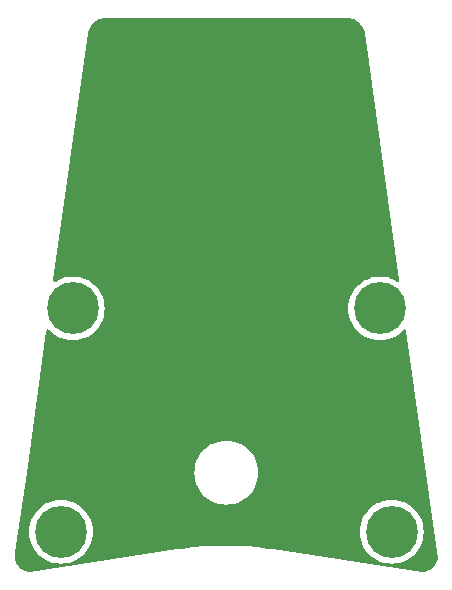
<source format=gbr>
%TF.GenerationSoftware,KiCad,Pcbnew,7.0.7*%
%TF.CreationDate,2024-07-04T01:04:12-04:00*%
%TF.ProjectId,chocV-top,63686f63-562d-4746-9f70-2e6b69636164,rev?*%
%TF.SameCoordinates,Original*%
%TF.FileFunction,Copper,L2,Bot*%
%TF.FilePolarity,Positive*%
%FSLAX46Y46*%
G04 Gerber Fmt 4.6, Leading zero omitted, Abs format (unit mm)*
G04 Created by KiCad (PCBNEW 7.0.7) date 2024-07-04 01:04:12*
%MOMM*%
%LPD*%
G01*
G04 APERTURE LIST*
%TA.AperFunction,ComponentPad*%
%ADD10C,0.700000*%
%TD*%
%TA.AperFunction,ComponentPad*%
%ADD11C,4.400000*%
%TD*%
G04 APERTURE END LIST*
D10*
%TO.P,H1,1*%
%TO.N,Net-(H1-Pad1)*%
X94350000Y-93000000D03*
X94833274Y-91833274D03*
X94833274Y-94166726D03*
X96000000Y-91350000D03*
D11*
X96000000Y-93000000D03*
D10*
X96000000Y-94650000D03*
X97166726Y-91833274D03*
X97166726Y-94166726D03*
X97650000Y-93000000D03*
%TD*%
%TO.P,H2,1*%
%TO.N,Net-(H2-Pad1)*%
X121350000Y-74000000D03*
X121833274Y-72833274D03*
X121833274Y-75166726D03*
X123000000Y-72350000D03*
D11*
X123000000Y-74100000D03*
D10*
X123000000Y-75650000D03*
X124166726Y-72833274D03*
X124166726Y-75166726D03*
X124650000Y-74000000D03*
%TD*%
%TO.P,H4,1*%
%TO.N,Net-(H4-Pad1)*%
X95350000Y-74100000D03*
X95833274Y-72933274D03*
X95833274Y-75266726D03*
X97000000Y-72450000D03*
D11*
X97000000Y-74100000D03*
D10*
X97000000Y-75750000D03*
X98166726Y-72933274D03*
X98166726Y-75266726D03*
X98650000Y-74100000D03*
%TD*%
%TO.P,H6,1*%
%TO.N,Net-(H6-Pad1)*%
X122350000Y-93000000D03*
X122833274Y-91833274D03*
X122833274Y-94166726D03*
X124000000Y-91350000D03*
D11*
X124000000Y-93000000D03*
D10*
X124000000Y-94650000D03*
X125166726Y-91833274D03*
X125166726Y-94166726D03*
X125650000Y-93000000D03*
%TD*%
%TA.AperFunction,NonConductor*%
G36*
X120164496Y-49500501D02*
G01*
X120228221Y-49500500D01*
X120232547Y-49500651D01*
X120240509Y-49501207D01*
X120434758Y-49514789D01*
X120443310Y-49515991D01*
X120541394Y-49536838D01*
X120639466Y-49557684D01*
X120647791Y-49560071D01*
X120705564Y-49581098D01*
X120836220Y-49628652D01*
X120844112Y-49632166D01*
X121007281Y-49718923D01*
X121021172Y-49726309D01*
X121028517Y-49730898D01*
X121190744Y-49848762D01*
X121197378Y-49854328D01*
X121341621Y-49993620D01*
X121347412Y-50000052D01*
X121470869Y-50158069D01*
X121475709Y-50165244D01*
X121575968Y-50338898D01*
X121579765Y-50346682D01*
X121654880Y-50532598D01*
X121657556Y-50540835D01*
X121705562Y-50733373D01*
X121706808Y-50739792D01*
X124637041Y-71697725D01*
X124626829Y-71766844D01*
X124580870Y-71819470D01*
X124513754Y-71838894D01*
X124450088Y-71821012D01*
X124257279Y-71704455D01*
X123959361Y-71570373D01*
X123959354Y-71570370D01*
X123959342Y-71570366D01*
X123647452Y-71473178D01*
X123326099Y-71414289D01*
X123000000Y-71394564D01*
X122673900Y-71414289D01*
X122352547Y-71473178D01*
X122040657Y-71570366D01*
X122040641Y-71570372D01*
X122040639Y-71570373D01*
X121850933Y-71655752D01*
X121742725Y-71704453D01*
X121742723Y-71704454D01*
X121463131Y-71873473D01*
X121205960Y-72074954D01*
X120974954Y-72305960D01*
X120773473Y-72563131D01*
X120604454Y-72842723D01*
X120604453Y-72842725D01*
X120470372Y-73140642D01*
X120470366Y-73140657D01*
X120373178Y-73452547D01*
X120314289Y-73773900D01*
X120294564Y-74100000D01*
X120314289Y-74426099D01*
X120373178Y-74747452D01*
X120470366Y-75059342D01*
X120470370Y-75059354D01*
X120470373Y-75059361D01*
X120604455Y-75357279D01*
X120768901Y-75629306D01*
X120773473Y-75636868D01*
X120974954Y-75894039D01*
X121205960Y-76125045D01*
X121463131Y-76326526D01*
X121463134Y-76326528D01*
X121463137Y-76326530D01*
X121742721Y-76495545D01*
X122040639Y-76629627D01*
X122040652Y-76629631D01*
X122040657Y-76629633D01*
X122352546Y-76726820D01*
X122352547Y-76726821D01*
X122673896Y-76785710D01*
X123000000Y-76805436D01*
X123326104Y-76785710D01*
X123647453Y-76726821D01*
X123959361Y-76629627D01*
X124257279Y-76495545D01*
X124536863Y-76326530D01*
X124794036Y-76125048D01*
X125023358Y-75895726D01*
X125084681Y-75862241D01*
X125154372Y-75867225D01*
X125210306Y-75909096D01*
X125233844Y-75966237D01*
X127860544Y-94753204D01*
X127861483Y-94778343D01*
X127861341Y-94780533D01*
X127861342Y-94780535D01*
X127871037Y-94829020D01*
X127871643Y-94832588D01*
X127874323Y-94851754D01*
X127875315Y-94856401D01*
X127876256Y-94862100D01*
X127897459Y-95042460D01*
X127898189Y-95062358D01*
X127889942Y-95250870D01*
X127887477Y-95270628D01*
X127849165Y-95455384D01*
X127843570Y-95474492D01*
X127776182Y-95650732D01*
X127767601Y-95668699D01*
X127672871Y-95831888D01*
X127661524Y-95848250D01*
X127541899Y-95994168D01*
X127528081Y-96008502D01*
X127386645Y-96133392D01*
X127370709Y-96145331D01*
X127211098Y-96245979D01*
X127193459Y-96255212D01*
X127019810Y-96329012D01*
X127000918Y-96335304D01*
X126817688Y-96380360D01*
X126798034Y-96383547D01*
X126638398Y-96396405D01*
X126610096Y-96395440D01*
X113976459Y-94505369D01*
X113529125Y-94433795D01*
X112624707Y-94321656D01*
X111716896Y-94241501D01*
X110806821Y-94193430D01*
X109895617Y-94177502D01*
X108984419Y-94193739D01*
X108074361Y-94242119D01*
X107166577Y-94322582D01*
X106262197Y-94435028D01*
X105822826Y-94505481D01*
X93389512Y-96395344D01*
X93360924Y-96396352D01*
X93201987Y-96383552D01*
X93182334Y-96380366D01*
X92999116Y-96335317D01*
X92980231Y-96329028D01*
X92806581Y-96255237D01*
X92788956Y-96246011D01*
X92629355Y-96145381D01*
X92613422Y-96133446D01*
X92471990Y-96008578D01*
X92458171Y-95994246D01*
X92410280Y-95935839D01*
X92338539Y-95848343D01*
X92327201Y-95831997D01*
X92232456Y-95668821D01*
X92223879Y-95650868D01*
X92156475Y-95474648D01*
X92150878Y-95455542D01*
X92150845Y-95455384D01*
X92112542Y-95270795D01*
X92110078Y-95251064D01*
X92101802Y-95062550D01*
X92102528Y-95042675D01*
X92123702Y-94862306D01*
X92124643Y-94856605D01*
X92125609Y-94852078D01*
X92125616Y-94852055D01*
X92128306Y-94832809D01*
X92128902Y-94829299D01*
X92138603Y-94780753D01*
X92138465Y-94778625D01*
X92139400Y-94753457D01*
X92384560Y-93000000D01*
X93294564Y-93000000D01*
X93314289Y-93326099D01*
X93373178Y-93647452D01*
X93470366Y-93959342D01*
X93470370Y-93959354D01*
X93470373Y-93959361D01*
X93604455Y-94257279D01*
X93754431Y-94505369D01*
X93773473Y-94536868D01*
X93974954Y-94794039D01*
X94205960Y-95025045D01*
X94463131Y-95226526D01*
X94463134Y-95226528D01*
X94463137Y-95226530D01*
X94742721Y-95395545D01*
X95040639Y-95529627D01*
X95040652Y-95529631D01*
X95040657Y-95529633D01*
X95352546Y-95626821D01*
X95352547Y-95626821D01*
X95673896Y-95685710D01*
X96000000Y-95705436D01*
X96326104Y-95685710D01*
X96647453Y-95626821D01*
X96959361Y-95529627D01*
X97257279Y-95395545D01*
X97536863Y-95226530D01*
X97794036Y-95025048D01*
X98025048Y-94794036D01*
X98226530Y-94536863D01*
X98395545Y-94257279D01*
X98529627Y-93959361D01*
X98626821Y-93647453D01*
X98685710Y-93326104D01*
X98705436Y-93000000D01*
X121294564Y-93000000D01*
X121314289Y-93326099D01*
X121373178Y-93647452D01*
X121470366Y-93959342D01*
X121470370Y-93959354D01*
X121470373Y-93959361D01*
X121604455Y-94257279D01*
X121754431Y-94505369D01*
X121773473Y-94536868D01*
X121974954Y-94794039D01*
X122205960Y-95025045D01*
X122463131Y-95226526D01*
X122463134Y-95226528D01*
X122463137Y-95226530D01*
X122742721Y-95395545D01*
X123040639Y-95529627D01*
X123040652Y-95529631D01*
X123040657Y-95529633D01*
X123352546Y-95626821D01*
X123352547Y-95626821D01*
X123673896Y-95685710D01*
X124000000Y-95705436D01*
X124326104Y-95685710D01*
X124647453Y-95626821D01*
X124959361Y-95529627D01*
X125257279Y-95395545D01*
X125536863Y-95226530D01*
X125794036Y-95025048D01*
X126025048Y-94794036D01*
X126226530Y-94536863D01*
X126395545Y-94257279D01*
X126529627Y-93959361D01*
X126626821Y-93647453D01*
X126685710Y-93326104D01*
X126705436Y-93000000D01*
X126685710Y-92673896D01*
X126626821Y-92352547D01*
X126529627Y-92040639D01*
X126395545Y-91742721D01*
X126226530Y-91463137D01*
X126226528Y-91463134D01*
X126226526Y-91463131D01*
X126025045Y-91205960D01*
X125794039Y-90974954D01*
X125536868Y-90773473D01*
X125424321Y-90705436D01*
X125257279Y-90604455D01*
X124959361Y-90470373D01*
X124959354Y-90470370D01*
X124959342Y-90470366D01*
X124647452Y-90373178D01*
X124326099Y-90314289D01*
X124000000Y-90294564D01*
X123673900Y-90314289D01*
X123352547Y-90373178D01*
X123040657Y-90470366D01*
X123040641Y-90470372D01*
X123040639Y-90470373D01*
X122908982Y-90529627D01*
X122742725Y-90604453D01*
X122742723Y-90604454D01*
X122463131Y-90773473D01*
X122205960Y-90974954D01*
X121974954Y-91205960D01*
X121773473Y-91463131D01*
X121604454Y-91742723D01*
X121604453Y-91742725D01*
X121470372Y-92040642D01*
X121470366Y-92040657D01*
X121373178Y-92352547D01*
X121314289Y-92673900D01*
X121294564Y-93000000D01*
X98705436Y-93000000D01*
X98685710Y-92673896D01*
X98626821Y-92352547D01*
X98529627Y-92040639D01*
X98395545Y-91742721D01*
X98226530Y-91463137D01*
X98226528Y-91463134D01*
X98226526Y-91463131D01*
X98025045Y-91205960D01*
X97794039Y-90974954D01*
X97536868Y-90773473D01*
X97424321Y-90705436D01*
X97257279Y-90604455D01*
X96959361Y-90470373D01*
X96959354Y-90470370D01*
X96959342Y-90470366D01*
X96647452Y-90373178D01*
X96326099Y-90314289D01*
X96000000Y-90294564D01*
X95673900Y-90314289D01*
X95352547Y-90373178D01*
X95040657Y-90470366D01*
X95040641Y-90470372D01*
X95040639Y-90470373D01*
X94908982Y-90529627D01*
X94742725Y-90604453D01*
X94742723Y-90604454D01*
X94463131Y-90773473D01*
X94205960Y-90974954D01*
X93974954Y-91205960D01*
X93773473Y-91463131D01*
X93604454Y-91742723D01*
X93604453Y-91742725D01*
X93470372Y-92040642D01*
X93470366Y-92040657D01*
X93373178Y-92352547D01*
X93314289Y-92673900D01*
X93294564Y-93000000D01*
X92384560Y-93000000D01*
X93083638Y-88000000D01*
X107294564Y-88000000D01*
X107314289Y-88326099D01*
X107373178Y-88647452D01*
X107470366Y-88959342D01*
X107470370Y-88959354D01*
X107470373Y-88959361D01*
X107604455Y-89257279D01*
X107647645Y-89328723D01*
X107773473Y-89536868D01*
X107974954Y-89794039D01*
X108205960Y-90025045D01*
X108463131Y-90226526D01*
X108463134Y-90226528D01*
X108463137Y-90226530D01*
X108742721Y-90395545D01*
X109040639Y-90529627D01*
X109040652Y-90529631D01*
X109040657Y-90529633D01*
X109352546Y-90626821D01*
X109352547Y-90626821D01*
X109673896Y-90685710D01*
X110000000Y-90705436D01*
X110326104Y-90685710D01*
X110647453Y-90626821D01*
X110959361Y-90529627D01*
X111257279Y-90395545D01*
X111536863Y-90226530D01*
X111794036Y-90025048D01*
X112025048Y-89794036D01*
X112226530Y-89536863D01*
X112395545Y-89257279D01*
X112529627Y-88959361D01*
X112626821Y-88647453D01*
X112685710Y-88326104D01*
X112705436Y-88000000D01*
X112685710Y-87673896D01*
X112626821Y-87352547D01*
X112529627Y-87040639D01*
X112395545Y-86742721D01*
X112226530Y-86463137D01*
X112226528Y-86463134D01*
X112226526Y-86463131D01*
X112025045Y-86205960D01*
X111794039Y-85974954D01*
X111536868Y-85773473D01*
X111529306Y-85768901D01*
X111257279Y-85604455D01*
X110959361Y-85470373D01*
X110959354Y-85470370D01*
X110959342Y-85470366D01*
X110647452Y-85373178D01*
X110326099Y-85314289D01*
X110000000Y-85294564D01*
X109673900Y-85314289D01*
X109352547Y-85373178D01*
X109040657Y-85470366D01*
X109040641Y-85470372D01*
X109040639Y-85470373D01*
X108850933Y-85555752D01*
X108742725Y-85604453D01*
X108742723Y-85604454D01*
X108463131Y-85773473D01*
X108205960Y-85974954D01*
X107974954Y-86205960D01*
X107773473Y-86463131D01*
X107604454Y-86742723D01*
X107604453Y-86742725D01*
X107470372Y-87040642D01*
X107470366Y-87040657D01*
X107373178Y-87352547D01*
X107314289Y-87673900D01*
X107294564Y-88000000D01*
X93083638Y-88000000D01*
X94766146Y-75966227D01*
X94794923Y-75902560D01*
X94853554Y-75864557D01*
X94923423Y-75864286D01*
X94976632Y-75895717D01*
X95205960Y-76125045D01*
X95463131Y-76326526D01*
X95463134Y-76326528D01*
X95463137Y-76326530D01*
X95742721Y-76495545D01*
X96040639Y-76629627D01*
X96040652Y-76629631D01*
X96040657Y-76629633D01*
X96352546Y-76726820D01*
X96352547Y-76726821D01*
X96673896Y-76785710D01*
X97000000Y-76805436D01*
X97326104Y-76785710D01*
X97647453Y-76726821D01*
X97959361Y-76629627D01*
X98257279Y-76495545D01*
X98536863Y-76326530D01*
X98794036Y-76125048D01*
X99025048Y-75894036D01*
X99226530Y-75636863D01*
X99395545Y-75357279D01*
X99529627Y-75059361D01*
X99626821Y-74747453D01*
X99685710Y-74426104D01*
X99705436Y-74100000D01*
X99685710Y-73773896D01*
X99626821Y-73452547D01*
X99529627Y-73140639D01*
X99395545Y-72842721D01*
X99226530Y-72563137D01*
X99226528Y-72563134D01*
X99226526Y-72563131D01*
X99025045Y-72305960D01*
X98794039Y-72074954D01*
X98536868Y-71873473D01*
X98529306Y-71868901D01*
X98257279Y-71704455D01*
X97959361Y-71570373D01*
X97959354Y-71570370D01*
X97959342Y-71570366D01*
X97647452Y-71473178D01*
X97326099Y-71414289D01*
X97000000Y-71394564D01*
X96673900Y-71414289D01*
X96352547Y-71473178D01*
X96040657Y-71570366D01*
X96040641Y-71570372D01*
X96040639Y-71570373D01*
X95850933Y-71655752D01*
X95742725Y-71704453D01*
X95742723Y-71704454D01*
X95549902Y-71821018D01*
X95482347Y-71838854D01*
X95415873Y-71817336D01*
X95371586Y-71763296D01*
X95362947Y-71697734D01*
X98293174Y-50739918D01*
X98294415Y-50733526D01*
X98342458Y-50540840D01*
X98345134Y-50532604D01*
X98389674Y-50422364D01*
X98420251Y-50346681D01*
X98424045Y-50338905D01*
X98424049Y-50338898D01*
X98524312Y-50165239D01*
X98529136Y-50158087D01*
X98652605Y-50000055D01*
X98658382Y-49993639D01*
X98802643Y-49854329D01*
X98809261Y-49848777D01*
X98971501Y-49730903D01*
X98978827Y-49726326D01*
X99155885Y-49632185D01*
X99163790Y-49628666D01*
X99177638Y-49623626D01*
X99352221Y-49560084D01*
X99360539Y-49557699D01*
X99556689Y-49516006D01*
X99565245Y-49514804D01*
X99767684Y-49500650D01*
X99772002Y-49500500D01*
X99835504Y-49500501D01*
X99835508Y-49500500D01*
X120164492Y-49500500D01*
X120164496Y-49500501D01*
G37*
%TD.AperFunction*%
M02*

</source>
